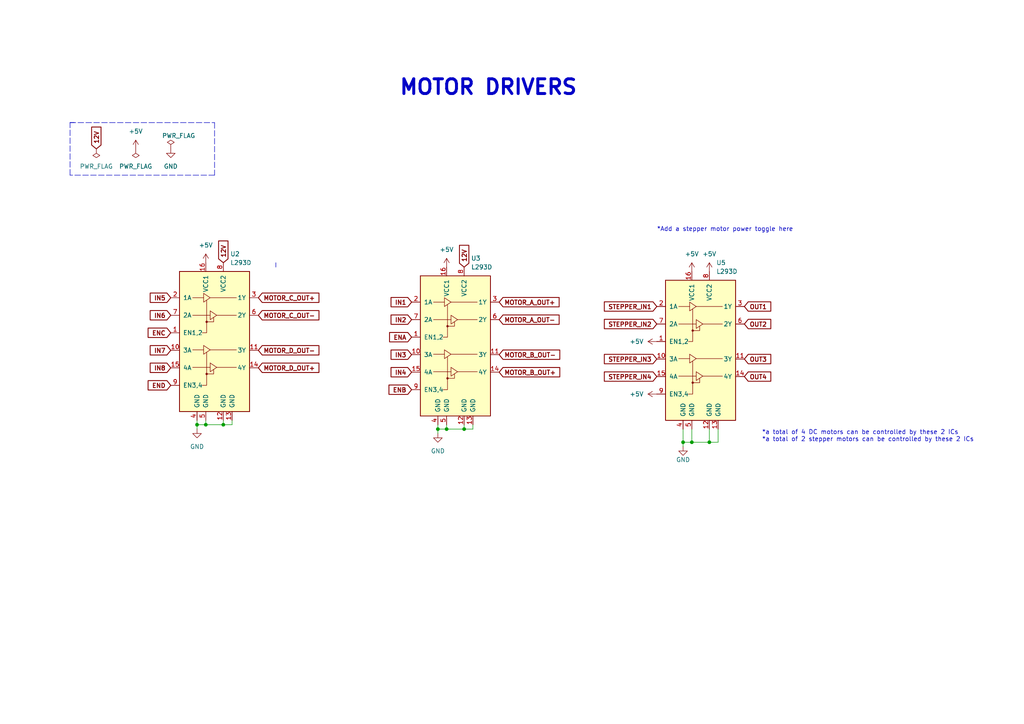
<source format=kicad_sch>
(kicad_sch (version 20211123) (generator eeschema)
  (paper "A4")
  (title_block (title "Motor Drivers"))
  (lib_symbols
    (symbol "Driver_Motor:L293D" (pin_names (offset 1.016))
      (property "Reference" "U" (at -5.08 26.035 0))
      (property "Value" "L293D" (at -5.08 24.13 0))
      (symbol "L293D_0_1"
        (rectangle (start -10.16 22.86) (end 10.16 -17.78) (stroke (width 0.254)) (fill (type background)))
        (circle (center -2.286 -6.858) (radius 0.254) (fill (type outline)))
        (circle (center -2.286 8.255) (radius 0.254) (fill (type outline)))
        (polyline (pts (xy -6.35 -4.953) (xy -1.27 -4.953)))
        (polyline (pts (xy -6.35 0.127) (xy -3.175 0.127)))
        (polyline (pts (xy -6.35 10.16) (xy -1.27 10.16)))
        (polyline (pts (xy -6.35 15.24) (xy -3.175 15.24)))
        (polyline (pts (xy -1.27 0.127) (xy 6.35 0.127)))
        (polyline (pts (xy -1.27 15.24) (xy 6.35 15.24)))
        (polyline (pts (xy 0.635 -4.953) (xy 6.35 -4.953)))
        (polyline (pts (xy 0.635 10.16) (xy 6.35 10.16)))
        (polyline (pts (xy -2.286 -6.858) (xy -0.254 -6.858) (xy -0.254 -5.588)))
        (polyline (pts (xy -2.286 -0.635) (xy -2.286 -10.16) (xy -3.556 -10.16)))
        (polyline (pts (xy -2.286 8.255) (xy -0.254 8.255) (xy -0.254 9.525)))
        (polyline (pts (xy -2.286 14.478) (xy -2.286 5.08) (xy -3.556 5.08)))
        (polyline (pts (xy -3.175 1.397) (xy -3.175 -1.143) (xy -1.27 0.127) (xy -3.175 1.397)))
        (polyline (pts (xy -3.175 16.51) (xy -3.175 13.97) (xy -1.27 15.24) (xy -3.175 16.51)))
        (polyline (pts (xy -1.27 -3.683) (xy -1.27 -6.223) (xy 0.635 -4.953) (xy -1.27 -3.683)))
        (polyline (pts (xy -1.27 11.43) (xy -1.27 8.89) (xy 0.635 10.16) (xy -1.27 11.43)))
      )
      (symbol "L293D_1_1"
        (pin input line (at -12.7 5.08 0) (length 2.54) (name "EN1,2") (number "1"))
        (pin input line (at -12.7 0 0) (length 2.54) (name "3A") (number "10"))
        (pin output line (at 12.7 0 180) (length 2.54) (name "3Y") (number "11"))
        (pin power_in line (at 2.54 -20.32 90) (length 2.54) (name "GND") (number "12"))
        (pin power_in line (at 5.08 -20.32 90) (length 2.54) (name "GND") (number "13"))
        (pin output line (at 12.7 -5.08 180) (length 2.54) (name "4Y") (number "14"))
        (pin input line (at -12.7 -5.08 0) (length 2.54) (name "4A") (number "15"))
        (pin power_in line (at -2.54 25.4 270) (length 2.54) (name "VCC1") (number "16"))
        (pin input line (at -12.7 15.24 0) (length 2.54) (name "1A") (number "2"))
        (pin output line (at 12.7 15.24 180) (length 2.54) (name "1Y") (number "3"))
        (pin power_in line (at -5.08 -20.32 90) (length 2.54) (name "GND") (number "4"))
        (pin power_in line (at -2.54 -20.32 90) (length 2.54) (name "GND") (number "5"))
        (pin output line (at 12.7 10.16 180) (length 2.54) (name "2Y") (number "6"))
        (pin input line (at -12.7 10.16 0) (length 2.54) (name "2A") (number "7"))
        (pin power_in line (at 2.54 25.4 270) (length 2.54) (name "VCC2") (number "8"))
        (pin input line (at -12.7 -10.16 0) (length 2.54) (name "EN3,4") (number "9"))
      )
    )
    (symbol "power:+5V" (power) (pin_names (offset 0))
      (property "Value" "+5V" (at 0 3.556 0))
      (symbol "+5V_0_1"
        (polyline (pts (xy -0.762 1.27) (xy 0 2.54)))
        (polyline (pts (xy 0 0) (xy 0 2.54)))
        (polyline (pts (xy 0 2.54) (xy 0.762 1.27)))
      )
      (symbol "+5V_1_1"
        (pin power_in line (at 0 0 90) (length 0) hide (name "+5V") (number "1"))
      )
    )
    (symbol "power:GND" (power) (pin_names (offset 0))
      (property "Value" "GND" (at 0 -3.81 0))
      (symbol "GND_0_1"
        (polyline (pts (xy 0 0) (xy 0 -1.27) (xy 1.27 -1.27) (xy 0 -2.54) (xy -1.27 -1.27) (xy 0 -1.27)))
      )
      (symbol "GND_1_1"
        (pin power_in line (at 0 0 270) (length 0) hide (name "GND") (number "1"))
      )
    )
    (symbol "power:PWR_FLAG" (power) (pin_numbers hide) (pin_names (offset 0) hide)
      (property "Value" "PWR_FLAG" (at 0 3.81 0))
      (symbol "PWR_FLAG_0_0"
        (pin power_out line (at 0 0 90) (length 0) (name "pwr") (number "1"))
      )
      (symbol "PWR_FLAG_0_1"
        (polyline (pts (xy 0 0) (xy 0 1.27) (xy -1.016 1.905) (xy 0 2.54) (xy 1.016 1.905) (xy 0 1.27)))
      )
    )
  )
  (junction (at 205.74 128.27))
  (junction (at 64.77 123.19))
  (junction (at 198.12 128.27))
  (junction (at 127 124.46))
  (junction (at 59.69 123.19))
  (junction (at 129.54 124.46))
  (junction (at 200.66 128.27))
  (junction (at 57.15 123.19))
  (junction (at 134.62 124.46))
  (wire (pts (xy 198.12 124.46) (xy 198.12 128.27)))
  (wire (pts (xy 129.54 124.46) (xy 127 124.46)))
  (wire (pts (xy 57.15 123.19) (xy 57.15 124.46)))
  (polyline (pts (xy 62.23 35.56) (xy 62.23 50.8)))
  (wire (pts (xy 59.69 123.19) (xy 57.15 123.19)))
  (wire (pts (xy 205.74 124.46) (xy 205.74 128.27)))
  (polyline (pts (xy 20.32 35.56) (xy 62.23 35.56)))
  (wire (pts (xy 129.54 123.19) (xy 129.54 124.46)))
  (wire (pts (xy 137.16 123.19) (xy 137.16 124.46)))
  (wire (pts (xy 198.12 128.27) (xy 198.12 129.54)))
  (wire (pts (xy 208.28 124.46) (xy 208.28 128.27)))
  (wire (pts (xy 64.77 121.92) (xy 64.77 123.19)))
  (wire (pts (xy 67.31 123.19) (xy 64.77 123.19)))
  (wire (pts (xy 127 123.19) (xy 127 124.46)))
  (wire (pts (xy 57.15 121.92) (xy 57.15 123.19)))
  (wire (pts (xy 59.69 123.19) (xy 64.77 123.19)))
  (polyline (pts (xy 80.01 77.47) (xy 80.01 76.2)))
  (wire (pts (xy 137.16 124.46) (xy 134.62 124.46)))
  (wire (pts (xy 59.69 121.92) (xy 59.69 123.19)))
  (wire (pts (xy 127 124.46) (xy 127 125.73)))
  (polyline (pts (xy 20.32 50.8) (xy 20.32 35.56)))
  (wire (pts (xy 67.31 121.92) (xy 67.31 123.19)))
  (polyline (pts (xy 20.32 35.56) (xy 21.59 35.56)))
  (wire (pts (xy 208.28 128.27) (xy 205.74 128.27)))
  (wire (pts (xy 134.62 123.19) (xy 134.62 124.46)))
  (wire (pts (xy 200.66 124.46) (xy 200.66 128.27)))
  (polyline (pts (xy 62.23 50.8) (xy 20.32 50.8)))
  (wire (pts (xy 200.66 128.27) (xy 198.12 128.27)))
  (wire (pts (xy 205.74 128.27) (xy 200.66 128.27)))
  (wire (pts (xy 129.54 124.46) (xy 134.62 124.46)))
  (text "*a total of 4 DC motors can be controlled by these 2 ICs\n*a total of 2 stepper motors can be controlled by these 2 ICs\n" (at 220.98 128.27 0) (effects (font (size 1.27 1.27)) (justify left bottom)))
  (text "*Add a stepper motor power toggle here\n" (at 190.5 67.31 0) (effects (font (size 1.27 1.27)) (justify left bottom)))
  (text "MOTOR DRIVERS" (at 115.57 27.94 0) (effects (font (size 4.27 4.27) (thickness 0.854) bold) (justify left bottom)))
  (global_label "IN1" (shape input) (at 119.38 87.63 180) (effects (font bold)) (property "Intersheet References" "${INTERSHEET_REFS}" (effects hide)))
  (global_label "STEPPER_IN4" (shape input) (at 190.5 109.22 180) (effects (font bold)) (property "Intersheet References" "${INTERSHEET_REFS}" (effects hide)))
  (global_label "MOTOR_C_OUT+" (shape input) (at 74.93 86.36 0) (effects (font bold)) (property "Intersheet References" "${INTERSHEET_REFS}" (effects hide)))
  (global_label "12V" (shape input) (at 27.94 43.18 90) (effects (font bold)) (property "Intersheet References" "${INTERSHEET_REFS}" (effects hide)))
  (global_label "END" (shape input) (at 49.53 111.76 180) (effects (font bold)) (property "Intersheet References" "${INTERSHEET_REFS}" (effects hide)))
  (global_label "IN7" (shape input) (at 49.53 101.6 180) (effects (font bold)) (property "Intersheet References" "${INTERSHEET_REFS}" (effects hide)))
  (global_label "IN4" (shape input) (at 119.38 107.95 180) (effects (font bold)) (property "Intersheet References" "${INTERSHEET_REFS}" (effects hide)))
  (global_label "OUT2" (shape input) (at 215.9 93.98 0) (effects (font bold)) (property "Intersheet References" "${INTERSHEET_REFS}" (effects hide)))
  (global_label "12V" (shape input) (at 134.62 77.47 90) (effects (font bold)) (property "Intersheet References" "${INTERSHEET_REFS}" (effects hide)))
  (global_label "IN2" (shape input) (at 119.38 92.71 180) (effects (font bold)) (property "Intersheet References" "${INTERSHEET_REFS}" (effects hide)))
  (global_label "12V" (shape input) (at 64.77 76.2 90) (effects (font bold)) (property "Intersheet References" "${INTERSHEET_REFS}" (effects hide)))
  (global_label "STEPPER_IN1" (shape input) (at 190.5 88.9 180) (effects (font bold)) (property "Intersheet References" "${INTERSHEET_REFS}" (effects hide)))
  (global_label "MOTOR_B_OUT-" (shape input) (at 144.78 102.87 0) (effects (font bold)) (property "Intersheet References" "${INTERSHEET_REFS}" (effects hide)))
  (global_label "ENC" (shape input) (at 49.53 96.52 180) (effects (font bold)) (property "Intersheet References" "${INTERSHEET_REFS}" (effects hide)))
  (global_label "MOTOR_C_OUT-" (shape input) (at 74.93 91.44 0) (effects (font bold)) (property "Intersheet References" "${INTERSHEET_REFS}" (effects hide)))
  (global_label "OUT4" (shape input) (at 215.9 109.22 0) (effects (font bold)) (property "Intersheet References" "${INTERSHEET_REFS}" (effects hide)))
  (global_label "MOTOR_A_OUT-" (shape input) (at 144.78 92.71 0) (effects (font bold)) (property "Intersheet References" "${INTERSHEET_REFS}" (effects hide)))
  (global_label "STEPPER_IN3" (shape input) (at 190.5 104.14 180) (effects (font bold)) (property "Intersheet References" "${INTERSHEET_REFS}" (effects hide)))
  (global_label "ENA" (shape input) (at 119.38 97.79 180) (effects (font bold)) (property "Intersheet References" "${INTERSHEET_REFS}" (effects hide)))
  (global_label "OUT1" (shape input) (at 215.9 88.9 0) (effects (font bold)) (property "Intersheet References" "${INTERSHEET_REFS}" (effects hide)))
  (global_label "MOTOR_A_OUT+" (shape input) (at 144.78 87.63 0) (effects (font bold)) (property "Intersheet References" "${INTERSHEET_REFS}" (effects hide)))
  (global_label "OUT3" (shape input) (at 215.9 104.14 0) (effects (font bold)) (property "Intersheet References" "${INTERSHEET_REFS}" (effects hide)))
  (global_label "MOTOR_D_OUT+" (shape input) (at 74.93 106.68 0) (effects (font bold)) (property "Intersheet References" "${INTERSHEET_REFS}" (effects hide)))
  (global_label "MOTOR_B_OUT+" (shape input) (at 144.78 107.95 0) (effects (font bold)) (property "Intersheet References" "${INTERSHEET_REFS}" (effects hide)))
  (global_label "IN6" (shape input) (at 49.53 91.44 180) (effects (font bold)) (property "Intersheet References" "${INTERSHEET_REFS}" (effects hide)))
  (global_label "IN3" (shape input) (at 119.38 102.87 180) (effects (font bold)) (property "Intersheet References" "${INTERSHEET_REFS}" (effects hide)))
  (global_label "IN5" (shape input) (at 49.53 86.36 180) (effects (font bold)) (property "Intersheet References" "${INTERSHEET_REFS}" (effects hide)))
  (global_label "IN8" (shape input) (at 49.53 106.68 180) (effects (font bold)) (property "Intersheet References" "${INTERSHEET_REFS}" (effects hide)))
  (global_label "STEPPER_IN2" (shape input) (at 190.5 93.98 180) (effects (font bold)) (property "Intersheet References" "${INTERSHEET_REFS}" (effects hide)))
  (global_label "ENB" (shape input) (at 119.38 113.03 180) (effects (font bold)) (property "Intersheet References" "${INTERSHEET_REFS}" (effects hide)))
  (global_label "MOTOR_D_OUT-" (shape input) (at 74.93 101.6 0) (effects (font bold)) (property "Intersheet References" "${INTERSHEET_REFS}" (effects hide)))
  (symbol (lib_id "power:GND") (at 198.12 129.54 0) (unit 1)
    (property "Reference" "#PWR023" (effects hide))
    (property "Value" "GND" (at 198.12 133.35 0))
  )
  (symbol (lib_id "power:+5V") (at 129.54 77.47 0) (unit 1)
    (property "Reference" "#PWR015" (effects hide))
    (property "Value" "+5V" (at 129.54 72.39 0))
  )
  (symbol (lib_id "power:PWR_FLAG") (at 27.94 43.18 180) (unit 1)
    (property "Reference" "#FLG0104" (effects hide))
    (property "Value" "PWR_FLAG" (at 27.94 48.26 0))
  )
  (symbol (lib_id "Driver_Motor:L293D") (at 132.08 102.87 0) (unit 1)
    (property "Reference" "U3" (at 136.6394 74.93 0) (effects (justify left)))
    (property "Value" "L293D" (at 136.6394 77.47 0) (effects (justify left)))
    (property "Footprint" "Package_DIP:DIP-16_W7.62mm" (effects hide))
    (property "Datasheet" "http://www.ti.com/lit/ds/symlink/l293.pdf" (effects hide))
  )
  (symbol (lib_id "power:+5V") (at 200.66 78.74 0) (unit 1)
    (property "Reference" "#PWR024" (effects hide))
    (property "Value" "+5V" (at 200.66 73.66 0))
  )
  (symbol (lib_id "power:+5V") (at 39.37 43.18 0) (unit 1)
    (property "Reference" "#PWR09" (effects hide))
    (property "Value" "+5V" (at 39.37 38.1 0))
  )
  (symbol (lib_id "power:PWR_FLAG") (at 49.53 43.18 0) (unit 1)
    (property "Reference" "#FLG02" (effects hide))
    (property "Value" "PWR_FLAG" (at 46.99 39.37 0) (effects (justify left)))
  )
  (symbol (lib_id "Driver_Motor:L293D") (at 62.23 101.6 0) (unit 1)
    (property "Reference" "U2" (at 66.7894 73.66 0) (effects (justify left)))
    (property "Value" "L293D" (at 66.7894 76.2 0) (effects (justify left)))
    (property "Footprint" "Package_DIP:DIP-16_W7.62mm" (effects hide))
    (property "Datasheet" "http://www.ti.com/lit/ds/symlink/l293.pdf" (effects hide))
  )
  (symbol (lib_id "power:+5V") (at 59.69 76.2 0) (unit 1)
    (property "Reference" "#PWR014" (effects hide))
    (property "Value" "+5V" (at 59.69 71.12 0))
  )
  (symbol (lib_id "power:GND") (at 49.53 43.18 0) (unit 1)
    (property "Reference" "#PWR010" (effects hide))
    (property "Value" "GND" (at 49.53 48.26 0))
  )
  (symbol (lib_id "power:+5V") (at 190.5 99.06 90) (unit 1)
    (property "Reference" "#PWR021" (effects hide))
    (property "Value" "+5V" (at 186.69 99.0599 90) (effects (justify left)))
  )
  (symbol (lib_id "power:PWR_FLAG") (at 39.37 43.18 180) (unit 1)
    (property "Reference" "#FLG01" (effects hide))
    (property "Value" "PWR_FLAG" (at 39.37 48.26 0))
  )
  (symbol (lib_id "power:GND") (at 127 125.73 0) (unit 1)
    (property "Reference" "#PWR013" (effects hide))
    (property "Value" "GND" (at 127 130.81 0))
  )
  (symbol (lib_id "power:+5V") (at 190.5 114.3 90) (unit 1)
    (property "Reference" "#PWR022" (effects hide))
    (property "Value" "+5V" (at 186.69 114.2999 90) (effects (justify left)))
  )
  (symbol (lib_id "power:+5V") (at 205.74 78.74 0) (unit 1)
    (property "Reference" "#PWR025" (effects hide))
    (property "Value" "+5V" (at 205.74 73.66 0))
  )
  (symbol (lib_id "power:GND") (at 57.15 124.46 0) (unit 1)
    (property "Reference" "#PWR012" (effects hide))
    (property "Value" "GND" (at 57.15 129.54 0))
  )
  (symbol (lib_id "Driver_Motor:L293D") (at 203.2 104.14 0) (unit 1)
    (property "Reference" "U5" (at 207.7594 76.2 0) (effects (justify left)))
    (property "Value" "L293D" (at 207.7594 78.74 0) (effects (justify left)))
    (property "Footprint" "Package_DIP:DIP-16_W7.62mm" (effects hide))
    (property "Datasheet" "http://www.ti.com/lit/ds/symlink/l293.pdf" (effects hide))
  )
)
</source>
